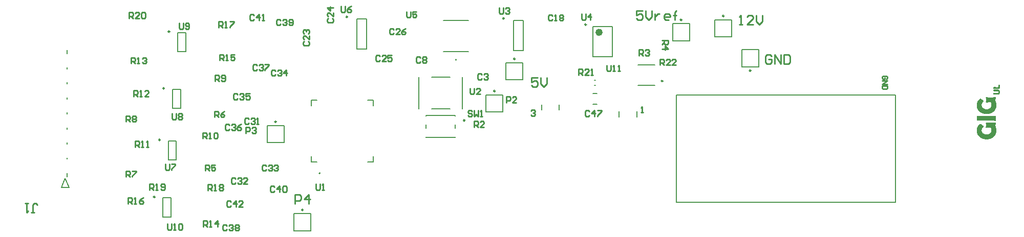
<source format=gto>
G04*
G04 #@! TF.GenerationSoftware,Altium Limited,Altium Designer,22.0.2 (36)*
G04*
G04 Layer_Color=65535*
%FSLAX25Y25*%
%MOIN*%
G70*
G04*
G04 #@! TF.SameCoordinates,DBB72687-BCFA-4FA8-90DC-81D55A498374*
G04*
G04*
G04 #@! TF.FilePolarity,Positive*
G04*
G01*
G75*
%ADD10C,0.00984*%
%ADD11C,0.00787*%
%ADD12C,0.02362*%
%ADD13C,0.00600*%
%ADD14C,0.00500*%
%ADD15C,0.01000*%
G36*
X632498Y74029D02*
Y75688D01*
X632166D01*
Y76020D01*
X632498D01*
Y76353D01*
X638805D01*
Y75025D01*
X638473D01*
Y74029D01*
X638805D01*
Y72701D01*
X639137D01*
Y69713D01*
X638805D01*
Y68717D01*
X638473D01*
Y68053D01*
X638141D01*
Y67721D01*
X637809D01*
Y67389D01*
X637477D01*
Y67057D01*
X637146D01*
Y66725D01*
X636813D01*
Y66393D01*
X636150D01*
Y66062D01*
X635486D01*
Y65729D01*
X634158D01*
Y65398D01*
X631502D01*
Y65729D01*
X630174D01*
Y66062D01*
X629510D01*
Y66393D01*
X628846D01*
Y66725D01*
X628514D01*
Y67057D01*
X628182D01*
Y67389D01*
X627850D01*
Y67721D01*
X627518D01*
Y68053D01*
X627186D01*
Y68385D01*
X626855D01*
Y69381D01*
X626522D01*
Y73033D01*
X626855D01*
Y73697D01*
X627186D01*
Y74361D01*
X627518D01*
Y74693D01*
X627850D01*
Y75025D01*
X628182D01*
Y75357D01*
X629510D01*
Y75025D01*
X629842D01*
Y74693D01*
X630174D01*
Y74361D01*
X630838D01*
Y73365D01*
X630506D01*
Y73033D01*
X630174D01*
Y72701D01*
X629842D01*
Y71705D01*
X629510D01*
Y70709D01*
X629842D01*
Y70045D01*
X630174D01*
Y69381D01*
X630838D01*
Y69049D01*
X631502D01*
Y68717D01*
X634158D01*
Y69049D01*
X634822D01*
Y69381D01*
X635154D01*
Y69713D01*
X635486D01*
Y70045D01*
X635818D01*
Y72701D01*
X635486D01*
Y73033D01*
X632166D01*
Y73697D01*
X632498D01*
Y74029D01*
D02*
G37*
G36*
X632166Y81000D02*
X638805D01*
Y77348D01*
X637809D01*
Y77680D01*
X626522D01*
Y81000D01*
X631834D01*
X632166D01*
D02*
G37*
G36*
X635818Y82660D02*
X634822D01*
Y82328D01*
X630838D01*
Y82660D01*
X629842D01*
Y82992D01*
X629178D01*
Y83324D01*
X628514D01*
Y83656D01*
X628182D01*
Y83988D01*
X627850D01*
Y84320D01*
X627518D01*
Y84652D01*
X627186D01*
Y85316D01*
X626855D01*
Y85979D01*
X626522D01*
Y89631D01*
X626855D01*
Y90627D01*
X627186D01*
Y90959D01*
X627518D01*
Y91291D01*
X627850D01*
Y91623D01*
X628182D01*
Y91955D01*
X628514D01*
Y92287D01*
X629178D01*
Y91955D01*
X629510D01*
Y91623D01*
X630174D01*
Y91291D01*
X630506D01*
Y90959D01*
X630838D01*
Y90295D01*
X630506D01*
Y89963D01*
X630174D01*
Y89299D01*
X629842D01*
Y88635D01*
X629510D01*
Y87639D01*
X629842D01*
Y86643D01*
X630174D01*
Y86312D01*
X630506D01*
Y85979D01*
X631170D01*
Y85647D01*
X631834D01*
Y85316D01*
X633826D01*
Y85647D01*
X634490D01*
Y85979D01*
X635154D01*
Y86312D01*
X635486D01*
Y86975D01*
X635818D01*
Y89631D01*
X635486D01*
Y89963D01*
X633826D01*
Y89631D01*
X632498D01*
Y89963D01*
X632166D01*
Y90295D01*
X632498D01*
Y92619D01*
X632166D01*
Y92951D01*
X632498D01*
Y93283D01*
X633494D01*
Y92951D01*
X637146D01*
Y93283D01*
X638805D01*
Y91955D01*
X638473D01*
Y90627D01*
X638805D01*
Y89631D01*
X639137D01*
Y86312D01*
X638805D01*
Y85647D01*
X638473D01*
Y84984D01*
X638141D01*
Y84320D01*
X637809D01*
Y83988D01*
X637477D01*
Y83656D01*
X636813D01*
Y83324D01*
X636482D01*
Y82992D01*
X635818D01*
Y82660D01*
D02*
G37*
G36*
X639137Y95938D02*
X640465D01*
Y96934D01*
X637477D01*
Y97266D01*
X637146D01*
Y97930D01*
X637477D01*
Y98262D01*
X640465D01*
Y97930D01*
X641129D01*
Y97266D01*
X641461D01*
Y95607D01*
X641129D01*
Y94943D01*
X637146D01*
Y95938D01*
X638805D01*
X639137D01*
D02*
G37*
G36*
X637477Y99922D02*
X638805D01*
Y99590D01*
X640133D01*
Y99922D01*
X640465D01*
Y101250D01*
X641461D01*
Y98926D01*
X641129D01*
Y98594D01*
X637146D01*
Y99590D01*
X637477D01*
Y99922D01*
D02*
G37*
D10*
X461992Y146071D02*
G03*
X461992Y146071I-492J0D01*
G01*
X318847Y144543D02*
G03*
X318847Y144543I-492J0D01*
G01*
X216846Y145543D02*
G03*
X216846Y145543I-492J0D01*
G01*
X94912Y65238D02*
G03*
X94912Y65238I-492J0D01*
G01*
X97626Y98890D02*
G03*
X97626Y98890I-492J0D01*
G01*
X101126Y135890D02*
G03*
X101126Y135890I-492J0D01*
G01*
X91519Y27944D02*
G03*
X91519Y27944I-492J0D01*
G01*
X372370Y140445D02*
G03*
X372370Y140445I-492J0D01*
G01*
X422146Y103661D02*
G03*
X422146Y103661I-492J0D01*
G01*
X293248Y77937D02*
G03*
X293248Y77937I-492J0D01*
G01*
X325992Y118071D02*
G03*
X325992Y118071I-492J0D01*
G01*
X434492Y143571D02*
G03*
X434492Y143571I-492J0D01*
G01*
X479492Y110429D02*
G03*
X479492Y110429I-492J0D01*
G01*
X312992Y97071D02*
G03*
X312992Y97071I-492J0D01*
G01*
X170492Y77071D02*
G03*
X170492Y77071I-492J0D01*
G01*
X187992Y19571D02*
G03*
X187992Y19571I-492J0D01*
G01*
D11*
X199091Y43402D02*
G03*
X199091Y43402I-394J0D01*
G01*
X455988Y143512D02*
X467012D01*
X467012Y132488D02*
Y143512D01*
X455988Y132488D02*
X467012D01*
X455988Y132488D02*
Y143512D01*
X324850Y123658D02*
X331150D01*
X324850Y143342D02*
X331150D01*
Y123658D02*
Y143342D01*
X324850Y123658D02*
Y143342D01*
X222850Y124657D02*
X229150D01*
X222850Y144343D02*
X229150D01*
Y124657D02*
Y144343D01*
X222850Y124657D02*
Y144343D01*
X100129Y52049D02*
X105444D01*
X100129Y64648D02*
X105444D01*
Y52049D02*
Y64648D01*
X100129Y52049D02*
Y64648D01*
X102842Y85701D02*
X108158D01*
X102842Y98299D02*
X108158D01*
Y85701D02*
Y98299D01*
X102842Y85701D02*
Y98299D01*
X106342Y122701D02*
X111658D01*
X106342Y135299D02*
X111658D01*
Y122701D02*
Y135299D01*
X106342Y122701D02*
Y135299D01*
X96736Y14755D02*
X102051D01*
X96736Y27353D02*
X102051D01*
Y14755D02*
Y27353D01*
X96736Y14755D02*
Y27353D01*
X376622Y88653D02*
X379378D01*
X376622Y95346D02*
X379378D01*
X376701Y119658D02*
Y139342D01*
X389299Y119658D02*
Y139342D01*
X376701D02*
X389299D01*
X376701Y119658D02*
X389299D01*
X405988Y100807D02*
X417012D01*
X405988Y114193D02*
X417012D01*
X286949Y80791D02*
Y81087D01*
Y72917D02*
Y75083D01*
Y66913D02*
Y67209D01*
X268051Y66913D02*
X286949D01*
X268051Y80791D02*
Y81087D01*
Y72917D02*
Y75083D01*
Y66913D02*
Y67209D01*
Y81087D02*
X286949D01*
X319988Y115512D02*
X331012D01*
X331012Y104488D02*
Y115512D01*
X319988Y104488D02*
X331012D01*
X319988Y104488D02*
Y115512D01*
X428488Y141012D02*
X439512D01*
X439512Y129988D02*
Y141012D01*
X428488Y129988D02*
X439512D01*
X428488Y129988D02*
Y141012D01*
X473488Y112988D02*
X484512D01*
X473488Y112988D02*
Y124012D01*
X484512D01*
X484512Y112988D02*
Y124012D01*
X306988Y94512D02*
X318012D01*
X318012Y83488D02*
Y94512D01*
X306988Y83488D02*
X318012D01*
X306988Y83488D02*
Y94512D01*
X164488Y74512D02*
X175512D01*
X175512Y63488D02*
Y74512D01*
X164488Y63488D02*
X175512D01*
X164488Y63488D02*
Y74512D01*
X181988Y17012D02*
X193012D01*
X193012Y5988D02*
Y17012D01*
X181988Y5988D02*
X193012D01*
X181988Y5988D02*
Y17012D01*
D12*
X381819Y135406D02*
G03*
X381819Y135406I-1181J0D01*
G01*
D13*
X287800Y117443D02*
G03*
X287800Y117443I-300J0D01*
G01*
X263221Y85658D02*
Y106342D01*
X271466Y85658D02*
X283534D01*
X291779D02*
Y106342D01*
X271466D02*
X283534D01*
X279300Y143150D02*
X295700D01*
X279300Y122850D02*
X295700D01*
D14*
X193421Y50921D02*
X196965D01*
X193421D02*
Y54465D01*
Y87535D02*
Y91079D01*
X196965D01*
X233579Y50921D02*
Y54465D01*
X230035Y50921D02*
X233579D01*
Y87535D02*
Y91079D01*
X230035D02*
X233579D01*
X393791Y80189D02*
Y83811D01*
X405209Y80189D02*
Y83811D01*
X343291Y84689D02*
Y88311D01*
X354709Y84689D02*
Y88311D01*
X33110Y40331D02*
X35610Y34331D01*
X30610D02*
X35610D01*
X30610D02*
X33110Y40331D01*
X34331Y121442D02*
Y123772D01*
Y41331D02*
Y43496D01*
Y52709D02*
Y53503D01*
Y62387D02*
Y63346D01*
Y72229D02*
Y73188D01*
Y82072D02*
Y83031D01*
Y91914D02*
Y92873D01*
Y101757D02*
Y102716D01*
Y111600D02*
Y112558D01*
X431000Y24500D02*
Y94500D01*
Y24500D02*
X573756D01*
X431000Y94500D02*
X573756D01*
Y24500D02*
Y94500D01*
X377685Y100925D02*
X378315D01*
X377685Y104075D02*
X378315D01*
D15*
X74080Y23532D02*
Y27468D01*
X76048D01*
X76704Y26812D01*
Y25500D01*
X76048Y24844D01*
X74080D01*
X75392D02*
X76704Y23532D01*
X78016D02*
X79328D01*
X78672D01*
Y27468D01*
X78016Y26812D01*
X83920Y27468D02*
X82608Y26812D01*
X81296Y25500D01*
Y24188D01*
X81952Y23532D01*
X83264D01*
X83920Y24188D01*
Y24844D01*
X83264Y25500D01*
X81296D01*
X567666Y104867D02*
X568199Y105401D01*
Y106467D01*
X567666Y107000D01*
X565533D01*
X565000Y106467D01*
Y105401D01*
X565533Y104867D01*
X566600D01*
Y105934D01*
X565000Y103801D02*
X568199D01*
X565000Y101668D01*
X568199D01*
Y100602D02*
X565000D01*
Y99003D01*
X565533Y98469D01*
X567666D01*
X568199Y99003D01*
Y100602D01*
X472002Y140501D02*
X474002D01*
X473002D01*
Y146499D01*
X472002Y145499D01*
X481000Y140501D02*
X477001D01*
X481000Y144500D01*
Y145499D01*
X480000Y146499D01*
X478000D01*
X477001Y145499D01*
X482999Y146499D02*
Y142500D01*
X484998Y140501D01*
X486998Y142500D01*
Y146499D01*
X196376Y36468D02*
Y33188D01*
X197032Y32532D01*
X198344D01*
X199000Y33188D01*
Y36468D01*
X200312Y32532D02*
X201624D01*
X200968D01*
Y36468D01*
X200312Y35812D01*
X296720Y98968D02*
Y95688D01*
X297376Y95032D01*
X298688D01*
X299344Y95688D01*
Y98968D01*
X303280Y95032D02*
X300656D01*
X303280Y97656D01*
Y98312D01*
X302624Y98968D01*
X301312D01*
X300656Y98312D01*
X11000Y18001D02*
X12999D01*
X12000D01*
Y22999D01*
X12999Y23999D01*
X13999D01*
X14999Y22999D01*
X9001Y23999D02*
X7001D01*
X8001D01*
Y18001D01*
X9001Y19001D01*
X315720Y151468D02*
Y148188D01*
X316376Y147532D01*
X317688D01*
X318344Y148188D01*
Y151468D01*
X319656Y150812D02*
X320312Y151468D01*
X321624D01*
X322280Y150812D01*
Y150156D01*
X321624Y149500D01*
X320968D01*
X321624D01*
X322280Y148844D01*
Y148188D01*
X321624Y147532D01*
X320312D01*
X319656Y148188D01*
X264344Y118812D02*
X263688Y119468D01*
X262376D01*
X261720Y118812D01*
Y116188D01*
X262376Y115532D01*
X263688D01*
X264344Y116188D01*
X265656Y118812D02*
X266312Y119468D01*
X267624D01*
X268280Y118812D01*
Y118156D01*
X267624Y117500D01*
X268280Y116844D01*
Y116188D01*
X267624Y115532D01*
X266312D01*
X265656Y116188D01*
Y116844D01*
X266312Y117500D01*
X265656Y118156D01*
Y118812D01*
X266312Y117500D02*
X267624D01*
X304344Y107812D02*
X303688Y108468D01*
X302376D01*
X301720Y107812D01*
Y105188D01*
X302376Y104532D01*
X303688D01*
X304344Y105188D01*
X305656Y107812D02*
X306312Y108468D01*
X307624D01*
X308280Y107812D01*
Y107156D01*
X307624Y106500D01*
X306968D01*
X307624D01*
X308280Y105844D01*
Y105188D01*
X307624Y104532D01*
X306312D01*
X305656Y105188D01*
X255220Y148968D02*
Y145688D01*
X255876Y145032D01*
X257188D01*
X257844Y145688D01*
Y148968D01*
X261780D02*
X259156D01*
Y147000D01*
X260468Y147656D01*
X261124D01*
X261780Y147000D01*
Y145688D01*
X261124Y145032D01*
X259812D01*
X259156Y145688D01*
X74752Y144532D02*
Y148468D01*
X76720D01*
X77376Y147812D01*
Y146500D01*
X76720Y145844D01*
X74752D01*
X76064D02*
X77376Y144532D01*
X81312D02*
X78688D01*
X81312Y147156D01*
Y147812D01*
X80656Y148468D01*
X79344D01*
X78688Y147812D01*
X82624D02*
X83280Y148468D01*
X84592D01*
X85248Y147812D01*
Y145188D01*
X84592Y144532D01*
X83280D01*
X82624Y145188D01*
Y147812D01*
X385736Y113968D02*
Y110688D01*
X386392Y110032D01*
X387704D01*
X388360Y110688D01*
Y113968D01*
X389672Y110032D02*
X390984D01*
X390328D01*
Y113968D01*
X389672Y113312D01*
X392952Y110032D02*
X394264D01*
X393608D01*
Y113968D01*
X392952Y113312D01*
X99580Y10468D02*
Y7188D01*
X100236Y6532D01*
X101548D01*
X102204Y7188D01*
Y10468D01*
X103516Y6532D02*
X104828D01*
X104172D01*
Y10468D01*
X103516Y9812D01*
X106796D02*
X107452Y10468D01*
X108764D01*
X109420Y9812D01*
Y7188D01*
X108764Y6532D01*
X107452D01*
X106796Y7188D01*
Y9812D01*
X107220Y141468D02*
Y138188D01*
X107876Y137532D01*
X109188D01*
X109844Y138188D01*
Y141468D01*
X111156Y138188D02*
X111812Y137532D01*
X113124D01*
X113780Y138188D01*
Y140812D01*
X113124Y141468D01*
X111812D01*
X111156Y140812D01*
Y140156D01*
X111812Y139500D01*
X113780D01*
X102720Y82468D02*
Y79188D01*
X103376Y78532D01*
X104688D01*
X105344Y79188D01*
Y82468D01*
X106656Y81812D02*
X107312Y82468D01*
X108624D01*
X109280Y81812D01*
Y81156D01*
X108624Y80500D01*
X109280Y79844D01*
Y79188D01*
X108624Y78532D01*
X107312D01*
X106656Y79188D01*
Y79844D01*
X107312Y80500D01*
X106656Y81156D01*
Y81812D01*
X107312Y80500D02*
X108624D01*
X98220Y49468D02*
Y46188D01*
X98876Y45532D01*
X100188D01*
X100844Y46188D01*
Y49468D01*
X102156D02*
X104780D01*
Y48812D01*
X102156Y46188D01*
Y45532D01*
X212720Y152468D02*
Y149188D01*
X213376Y148532D01*
X214688D01*
X215344Y149188D01*
Y152468D01*
X219280D02*
X217968Y151812D01*
X216656Y150500D01*
Y149188D01*
X217312Y148532D01*
X218624D01*
X219280Y149188D01*
Y149844D01*
X218624Y150500D01*
X216656D01*
X369220Y147468D02*
Y144188D01*
X369876Y143532D01*
X371188D01*
X371844Y144188D01*
Y147468D01*
X375124Y143532D02*
Y147468D01*
X373156Y145500D01*
X375780D01*
X407844Y83032D02*
X409156D01*
X408500D01*
Y86968D01*
X407844Y86312D01*
X298032Y83812D02*
X297376Y84468D01*
X296064D01*
X295408Y83812D01*
Y83156D01*
X296064Y82500D01*
X297376D01*
X298032Y81844D01*
Y81188D01*
X297376Y80532D01*
X296064D01*
X295408Y81188D01*
X299344Y84468D02*
Y80532D01*
X300656Y81844D01*
X301968Y80532D01*
Y84468D01*
X303280Y80532D02*
X304592D01*
X303936D01*
Y84468D01*
X303280Y83812D01*
X420252Y114032D02*
Y117968D01*
X422220D01*
X422876Y117312D01*
Y116000D01*
X422220Y115344D01*
X420252D01*
X421564D02*
X422876Y114032D01*
X426812D02*
X424188D01*
X426812Y116656D01*
Y117312D01*
X426156Y117968D01*
X424844D01*
X424188Y117312D01*
X430748Y114032D02*
X428124D01*
X430748Y116656D01*
Y117312D01*
X430092Y117968D01*
X428780D01*
X428124Y117312D01*
X367408Y107532D02*
Y111468D01*
X369376D01*
X370032Y110812D01*
Y109500D01*
X369376Y108844D01*
X367408D01*
X368720D02*
X370032Y107532D01*
X373968D02*
X371344D01*
X373968Y110156D01*
Y110812D01*
X373312Y111468D01*
X372000D01*
X371344Y110812D01*
X375280Y107532D02*
X376592D01*
X375936D01*
Y111468D01*
X375280Y110812D01*
X87974Y32586D02*
Y36522D01*
X89941D01*
X90597Y35866D01*
Y34554D01*
X89941Y33898D01*
X87974D01*
X89285D02*
X90597Y32586D01*
X91909D02*
X93221D01*
X92565D01*
Y36522D01*
X91909Y35866D01*
X95189Y33242D02*
X95845Y32586D01*
X97157D01*
X97813Y33242D01*
Y35866D01*
X97157Y36522D01*
X95845D01*
X95189Y35866D01*
Y35210D01*
X95845Y34554D01*
X97813D01*
X125974Y32086D02*
Y36022D01*
X127941D01*
X128597Y35366D01*
Y34054D01*
X127941Y33398D01*
X125974D01*
X127286D02*
X128597Y32086D01*
X129909D02*
X131221D01*
X130565D01*
Y36022D01*
X129909Y35366D01*
X133189D02*
X133845Y36022D01*
X135157D01*
X135813Y35366D01*
Y34710D01*
X135157Y34054D01*
X135813Y33398D01*
Y32742D01*
X135157Y32086D01*
X133845D01*
X133189Y32742D01*
Y33398D01*
X133845Y34054D01*
X133189Y34710D01*
Y35366D01*
X133845Y34054D02*
X135157D01*
X133080Y138532D02*
Y142468D01*
X135048D01*
X135704Y141812D01*
Y140500D01*
X135048Y139844D01*
X133080D01*
X134392D02*
X135704Y138532D01*
X137016D02*
X138328D01*
X137672D01*
Y142468D01*
X137016Y141812D01*
X140296Y142468D02*
X142920D01*
Y141812D01*
X140296Y139188D01*
Y138532D01*
X133580Y117032D02*
Y120968D01*
X135548D01*
X136204Y120312D01*
Y119000D01*
X135548Y118344D01*
X133580D01*
X134892D02*
X136204Y117032D01*
X137516D02*
X138828D01*
X138172D01*
Y120968D01*
X137516Y120312D01*
X143420Y120968D02*
X140796D01*
Y119000D01*
X142108Y119656D01*
X142764D01*
X143420Y119000D01*
Y117688D01*
X142764Y117032D01*
X141452D01*
X140796Y117688D01*
X123080Y8532D02*
Y12468D01*
X125048D01*
X125704Y11812D01*
Y10500D01*
X125048Y9844D01*
X123080D01*
X124392D02*
X125704Y8532D01*
X127016D02*
X128328D01*
X127672D01*
Y12468D01*
X127016Y11812D01*
X132264Y8532D02*
Y12468D01*
X130296Y10500D01*
X132920D01*
X76080Y115032D02*
Y118968D01*
X78048D01*
X78704Y118312D01*
Y117000D01*
X78048Y116344D01*
X76080D01*
X77392D02*
X78704Y115032D01*
X80016D02*
X81328D01*
X80672D01*
Y118968D01*
X80016Y118312D01*
X83296D02*
X83952Y118968D01*
X85264D01*
X85920Y118312D01*
Y117656D01*
X85264Y117000D01*
X84608D01*
X85264D01*
X85920Y116344D01*
Y115688D01*
X85264Y115032D01*
X83952D01*
X83296Y115688D01*
X77580Y93532D02*
Y97468D01*
X79548D01*
X80204Y96812D01*
Y95500D01*
X79548Y94844D01*
X77580D01*
X78892D02*
X80204Y93532D01*
X81516D02*
X82828D01*
X82172D01*
Y97468D01*
X81516Y96812D01*
X87420Y93532D02*
X84796D01*
X87420Y96156D01*
Y96812D01*
X86764Y97468D01*
X85452D01*
X84796Y96812D01*
X78758Y60486D02*
X78715Y64421D01*
X80683Y64443D01*
X81346Y63794D01*
X81360Y62482D01*
X80712Y61819D01*
X78744Y61797D01*
X80056Y61812D02*
X81382Y60514D01*
X82694Y60529D02*
X84005Y60543D01*
X83350Y60536D01*
X83306Y64471D01*
X82658Y63808D01*
X85973Y60565D02*
X87285Y60579D01*
X86629Y60572D01*
X86586Y64507D01*
X85937Y63844D01*
X122580Y66032D02*
Y69968D01*
X124548D01*
X125204Y69312D01*
Y68000D01*
X124548Y67344D01*
X122580D01*
X123892D02*
X125204Y66032D01*
X126516D02*
X127828D01*
X127172D01*
Y69968D01*
X126516Y69312D01*
X129796D02*
X130452Y69968D01*
X131764D01*
X132420Y69312D01*
Y66688D01*
X131764Y66032D01*
X130452D01*
X129796Y66688D01*
Y69312D01*
X130720Y103532D02*
Y107468D01*
X132688D01*
X133344Y106812D01*
Y105500D01*
X132688Y104844D01*
X130720D01*
X132032D02*
X133344Y103532D01*
X134656Y104188D02*
X135312Y103532D01*
X136624D01*
X137280Y104188D01*
Y106812D01*
X136624Y107468D01*
X135312D01*
X134656Y106812D01*
Y106156D01*
X135312Y105500D01*
X137280D01*
X72720Y77032D02*
Y80968D01*
X74688D01*
X75344Y80312D01*
Y79000D01*
X74688Y78344D01*
X72720D01*
X74032D02*
X75344Y77032D01*
X76656Y80312D02*
X77312Y80968D01*
X78624D01*
X79280Y80312D01*
Y79656D01*
X78624Y79000D01*
X79280Y78344D01*
Y77688D01*
X78624Y77032D01*
X77312D01*
X76656Y77688D01*
Y78344D01*
X77312Y79000D01*
X76656Y79656D01*
Y80312D01*
X77312Y79000D02*
X78624D01*
X72720Y41032D02*
Y44968D01*
X74688D01*
X75344Y44312D01*
Y43000D01*
X74688Y42344D01*
X72720D01*
X74032D02*
X75344Y41032D01*
X76656Y44968D02*
X79280D01*
Y44312D01*
X76656Y41688D01*
Y41032D01*
X130220Y80032D02*
Y83968D01*
X132188D01*
X132844Y83312D01*
Y82000D01*
X132188Y81344D01*
X130220D01*
X131532D02*
X132844Y80032D01*
X136780Y83968D02*
X135468Y83312D01*
X134156Y82000D01*
Y80688D01*
X134812Y80032D01*
X136124D01*
X136780Y80688D01*
Y81344D01*
X136124Y82000D01*
X134156D01*
X124220Y45032D02*
Y48968D01*
X126188D01*
X126844Y48312D01*
Y47000D01*
X126188Y46344D01*
X124220D01*
X125532D02*
X126844Y45032D01*
X130780Y48968D02*
X128156D01*
Y47000D01*
X129468Y47656D01*
X130124D01*
X130780Y47000D01*
Y45688D01*
X130124Y45032D01*
X128812D01*
X128156Y45688D01*
X421532Y130280D02*
X425468D01*
Y128312D01*
X424812Y127656D01*
X423500D01*
X422844Y128312D01*
Y130280D01*
Y128968D02*
X421532Y127656D01*
Y124376D02*
X425468D01*
X423500Y126344D01*
Y123720D01*
X406775Y120304D02*
Y124240D01*
X408743D01*
X409399Y123584D01*
Y122272D01*
X408743Y121616D01*
X406775D01*
X408087D02*
X409399Y120304D01*
X410711Y123584D02*
X411367Y124240D01*
X412679D01*
X413335Y123584D01*
Y122928D01*
X412679Y122272D01*
X412023D01*
X412679D01*
X413335Y121616D01*
Y120960D01*
X412679Y120304D01*
X411367D01*
X410711Y120960D01*
X299220Y73532D02*
Y77468D01*
X301188D01*
X301844Y76812D01*
Y75500D01*
X301188Y74844D01*
X299220D01*
X300532D02*
X301844Y73532D01*
X305780D02*
X303156D01*
X305780Y76156D01*
Y76812D01*
X305124Y77468D01*
X303812D01*
X303156Y76812D01*
X409003Y149499D02*
X405004D01*
Y146500D01*
X407004Y147500D01*
X408003D01*
X409003Y146500D01*
Y144501D01*
X408003Y143501D01*
X406004D01*
X405004Y144501D01*
X411002Y149499D02*
Y145500D01*
X413002Y143501D01*
X415001Y145500D01*
Y149499D01*
X417000Y147500D02*
Y143501D01*
Y145500D01*
X418000Y146500D01*
X419000Y147500D01*
X419999D01*
X425997Y143501D02*
X423998D01*
X422998Y144501D01*
Y146500D01*
X423998Y147500D01*
X425997D01*
X426997Y146500D01*
Y145500D01*
X422998D01*
X429996Y143501D02*
Y148499D01*
Y146500D01*
X428997D01*
X430996D01*
X429996D01*
Y148499D01*
X430996Y149499D01*
X493001Y119999D02*
X492002Y120999D01*
X490002D01*
X489003Y119999D01*
Y116001D01*
X490002Y115001D01*
X492002D01*
X493001Y116001D01*
Y118000D01*
X491002D01*
X495001Y115001D02*
Y120999D01*
X498999Y115001D01*
Y120999D01*
X500999D02*
Y115001D01*
X503998D01*
X504997Y116001D01*
Y119999D01*
X503998Y120999D01*
X500999D01*
X182550Y23550D02*
Y29548D01*
X185549D01*
X186549Y28548D01*
Y26549D01*
X185549Y25549D01*
X182550D01*
X191547Y23550D02*
Y29548D01*
X188548Y26549D01*
X192547D01*
X150720Y69532D02*
Y73468D01*
X152688D01*
X153344Y72812D01*
Y71500D01*
X152688Y70844D01*
X150720D01*
X154656Y72812D02*
X155312Y73468D01*
X156624D01*
X157280Y72812D01*
Y72156D01*
X156624Y71500D01*
X155968D01*
X156624D01*
X157280Y70844D01*
Y70188D01*
X156624Y69532D01*
X155312D01*
X154656Y70188D01*
X320220Y89532D02*
Y93468D01*
X322188D01*
X322844Y92812D01*
Y91500D01*
X322188Y90844D01*
X320220D01*
X326780Y89532D02*
X324156D01*
X326780Y92156D01*
Y92812D01*
X326124Y93468D01*
X324812D01*
X324156Y92812D01*
X340500Y105999D02*
X336502D01*
Y103000D01*
X338501Y104000D01*
X339501D01*
X340500Y103000D01*
Y101001D01*
X339501Y100001D01*
X337501D01*
X336502Y101001D01*
X342500Y105999D02*
Y102000D01*
X344499Y100001D01*
X346498Y102000D01*
Y105999D01*
X374376Y83812D02*
X373720Y84468D01*
X372408D01*
X371752Y83812D01*
Y81188D01*
X372408Y80532D01*
X373720D01*
X374376Y81188D01*
X377656Y80532D02*
Y84468D01*
X375688Y82500D01*
X378312D01*
X379624Y84468D02*
X382248D01*
Y83812D01*
X379624Y81188D01*
Y80532D01*
X140876Y24812D02*
X140220Y25468D01*
X138908D01*
X138252Y24812D01*
Y22188D01*
X138908Y21532D01*
X140220D01*
X140876Y22188D01*
X144156Y21532D02*
Y25468D01*
X142188Y23500D01*
X144812D01*
X148748Y21532D02*
X146124D01*
X148748Y24156D01*
Y24812D01*
X148092Y25468D01*
X146780D01*
X146124Y24812D01*
X156033Y146461D02*
X155377Y147117D01*
X154066D01*
X153410Y146461D01*
Y143837D01*
X154066Y143181D01*
X155377D01*
X156033Y143837D01*
X159313Y143181D02*
Y147117D01*
X157345Y145149D01*
X159969D01*
X161281Y143181D02*
X162593D01*
X161937D01*
Y147117D01*
X161281Y146461D01*
X169269Y34366D02*
X168613Y35022D01*
X167301D01*
X166646Y34366D01*
Y31742D01*
X167301Y31086D01*
X168613D01*
X169269Y31742D01*
X172549Y31086D02*
Y35022D01*
X170581Y33054D01*
X173205D01*
X174517Y34366D02*
X175173Y35022D01*
X176485D01*
X177141Y34366D01*
Y31742D01*
X176485Y31086D01*
X175173D01*
X174517Y31742D01*
Y34366D01*
X173376Y143312D02*
X172720Y143968D01*
X171408D01*
X170752Y143312D01*
Y140688D01*
X171408Y140032D01*
X172720D01*
X173376Y140688D01*
X174688Y143312D02*
X175344Y143968D01*
X176656D01*
X177312Y143312D01*
Y142656D01*
X176656Y142000D01*
X176000D01*
X176656D01*
X177312Y141344D01*
Y140688D01*
X176656Y140032D01*
X175344D01*
X174688Y140688D01*
X178624D02*
X179280Y140032D01*
X180592D01*
X181248Y140688D01*
Y143312D01*
X180592Y143968D01*
X179280D01*
X178624Y143312D01*
Y142656D01*
X179280Y142000D01*
X181248D01*
X138376Y9312D02*
X137720Y9968D01*
X136408D01*
X135752Y9312D01*
Y6688D01*
X136408Y6032D01*
X137720D01*
X138376Y6688D01*
X139688Y9312D02*
X140344Y9968D01*
X141656D01*
X142312Y9312D01*
Y8656D01*
X141656Y8000D01*
X141000D01*
X141656D01*
X142312Y7344D01*
Y6688D01*
X141656Y6032D01*
X140344D01*
X139688Y6688D01*
X143624Y9312D02*
X144280Y9968D01*
X145592D01*
X146248Y9312D01*
Y8656D01*
X145592Y8000D01*
X146248Y7344D01*
Y6688D01*
X145592Y6032D01*
X144280D01*
X143624Y6688D01*
Y7344D01*
X144280Y8000D01*
X143624Y8656D01*
Y9312D01*
X144280Y8000D02*
X145592D01*
X157876Y113812D02*
X157220Y114468D01*
X155908D01*
X155252Y113812D01*
Y111188D01*
X155908Y110532D01*
X157220D01*
X157876Y111188D01*
X159188Y113812D02*
X159844Y114468D01*
X161156D01*
X161812Y113812D01*
Y113156D01*
X161156Y112500D01*
X160500D01*
X161156D01*
X161812Y111844D01*
Y111188D01*
X161156Y110532D01*
X159844D01*
X159188Y111188D01*
X163124Y114468D02*
X165748D01*
Y113812D01*
X163124Y111188D01*
Y110532D01*
X139876Y74812D02*
X139220Y75468D01*
X137908D01*
X137252Y74812D01*
Y72188D01*
X137908Y71532D01*
X139220D01*
X139876Y72188D01*
X141188Y74812D02*
X141844Y75468D01*
X143156D01*
X143812Y74812D01*
Y74156D01*
X143156Y73500D01*
X142500D01*
X143156D01*
X143812Y72844D01*
Y72188D01*
X143156Y71532D01*
X141844D01*
X141188Y72188D01*
X147748Y75468D02*
X146436Y74812D01*
X145124Y73500D01*
Y72188D01*
X145780Y71532D01*
X147092D01*
X147748Y72188D01*
Y72844D01*
X147092Y73500D01*
X145124D01*
X145376Y94812D02*
X144720Y95468D01*
X143408D01*
X142752Y94812D01*
Y92188D01*
X143408Y91532D01*
X144720D01*
X145376Y92188D01*
X146688Y94812D02*
X147344Y95468D01*
X148656D01*
X149312Y94812D01*
Y94156D01*
X148656Y93500D01*
X148000D01*
X148656D01*
X149312Y92844D01*
Y92188D01*
X148656Y91532D01*
X147344D01*
X146688Y92188D01*
X153248Y95468D02*
X150624D01*
Y93500D01*
X151936Y94156D01*
X152592D01*
X153248Y93500D01*
Y92188D01*
X152592Y91532D01*
X151280D01*
X150624Y92188D01*
X169876Y110312D02*
X169220Y110968D01*
X167908D01*
X167252Y110312D01*
Y107688D01*
X167908Y107032D01*
X169220D01*
X169876Y107688D01*
X171188Y110312D02*
X171844Y110968D01*
X173156D01*
X173812Y110312D01*
Y109656D01*
X173156Y109000D01*
X172500D01*
X173156D01*
X173812Y108344D01*
Y107688D01*
X173156Y107032D01*
X171844D01*
X171188Y107688D01*
X177092Y107032D02*
Y110968D01*
X175124Y109000D01*
X177748D01*
X163876Y48312D02*
X163220Y48968D01*
X161908D01*
X161252Y48312D01*
Y45688D01*
X161908Y45032D01*
X163220D01*
X163876Y45688D01*
X165188Y48312D02*
X165844Y48968D01*
X167156D01*
X167812Y48312D01*
Y47656D01*
X167156Y47000D01*
X166500D01*
X167156D01*
X167812Y46344D01*
Y45688D01*
X167156Y45032D01*
X165844D01*
X165188Y45688D01*
X169124Y48312D02*
X169780Y48968D01*
X171092D01*
X171748Y48312D01*
Y47656D01*
X171092Y47000D01*
X170436D01*
X171092D01*
X171748Y46344D01*
Y45688D01*
X171092Y45032D01*
X169780D01*
X169124Y45688D01*
X143876Y39812D02*
X143220Y40468D01*
X141908D01*
X141252Y39812D01*
Y37188D01*
X141908Y36532D01*
X143220D01*
X143876Y37188D01*
X145188Y39812D02*
X145844Y40468D01*
X147156D01*
X147812Y39812D01*
Y39156D01*
X147156Y38500D01*
X146500D01*
X147156D01*
X147812Y37844D01*
Y37188D01*
X147156Y36532D01*
X145844D01*
X145188Y37188D01*
X151748Y36532D02*
X149124D01*
X151748Y39156D01*
Y39812D01*
X151092Y40468D01*
X149780D01*
X149124Y39812D01*
X152532Y78812D02*
X151876Y79468D01*
X150564D01*
X149908Y78812D01*
Y76188D01*
X150564Y75532D01*
X151876D01*
X152532Y76188D01*
X153844Y78812D02*
X154500Y79468D01*
X155812D01*
X156468Y78812D01*
Y78156D01*
X155812Y77500D01*
X155156D01*
X155812D01*
X156468Y76844D01*
Y76188D01*
X155812Y75532D01*
X154500D01*
X153844Y76188D01*
X157780Y75532D02*
X159092D01*
X158436D01*
Y79468D01*
X157780Y78812D01*
X246876Y137312D02*
X246220Y137968D01*
X244908D01*
X244252Y137312D01*
Y134688D01*
X244908Y134032D01*
X246220D01*
X246876Y134688D01*
X250812Y134032D02*
X248188D01*
X250812Y136656D01*
Y137312D01*
X250156Y137968D01*
X248844D01*
X248188Y137312D01*
X254748Y137968D02*
X253436Y137312D01*
X252124Y136000D01*
Y134688D01*
X252780Y134032D01*
X254092D01*
X254748Y134688D01*
Y135344D01*
X254092Y136000D01*
X252124D01*
X237876Y119812D02*
X237220Y120468D01*
X235908D01*
X235252Y119812D01*
Y117188D01*
X235908Y116532D01*
X237220D01*
X237876Y117188D01*
X241812Y116532D02*
X239188D01*
X241812Y119156D01*
Y119812D01*
X241156Y120468D01*
X239844D01*
X239188Y119812D01*
X245748Y120468D02*
X243124D01*
Y118500D01*
X244436Y119156D01*
X245092D01*
X245748Y118500D01*
Y117188D01*
X245092Y116532D01*
X243780D01*
X243124Y117188D01*
X204188Y144376D02*
X203532Y143720D01*
Y142408D01*
X204188Y141752D01*
X206812D01*
X207468Y142408D01*
Y143720D01*
X206812Y144376D01*
X207468Y148312D02*
Y145688D01*
X204844Y148312D01*
X204188D01*
X203532Y147656D01*
Y146344D01*
X204188Y145688D01*
X207468Y151592D02*
X203532D01*
X205500Y149624D01*
Y152248D01*
X188688Y129376D02*
X188032Y128720D01*
Y127408D01*
X188688Y126752D01*
X191312D01*
X191968Y127408D01*
Y128720D01*
X191312Y129376D01*
X191968Y133312D02*
Y130688D01*
X189344Y133312D01*
X188688D01*
X188032Y132656D01*
Y131344D01*
X188688Y130688D01*
Y134624D02*
X188032Y135280D01*
Y136592D01*
X188688Y137248D01*
X189344D01*
X190000Y136592D01*
Y135936D01*
Y136592D01*
X190656Y137248D01*
X191312D01*
X191968Y136592D01*
Y135280D01*
X191312Y134624D01*
X350204Y146312D02*
X349548Y146968D01*
X348236D01*
X347580Y146312D01*
Y143688D01*
X348236Y143032D01*
X349548D01*
X350204Y143688D01*
X351516Y143032D02*
X352828D01*
X352172D01*
Y146968D01*
X351516Y146312D01*
X354796D02*
X355452Y146968D01*
X356764D01*
X357420Y146312D01*
Y145656D01*
X356764Y145000D01*
X357420Y144344D01*
Y143688D01*
X356764Y143032D01*
X355452D01*
X354796Y143688D01*
Y144344D01*
X355452Y145000D01*
X354796Y145656D01*
Y146312D01*
X355452Y145000D02*
X356764D01*
X336188Y84038D02*
X336844Y84694D01*
X338156D01*
X338812Y84038D01*
Y83382D01*
X338156Y82726D01*
X337500D01*
X338156D01*
X338812Y82070D01*
Y81415D01*
X338156Y80759D01*
X336844D01*
X336188Y81415D01*
M02*

</source>
